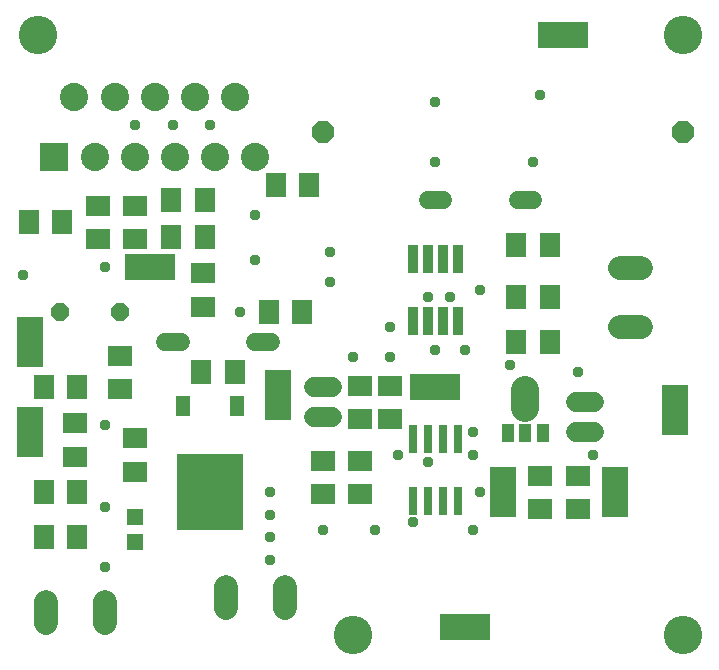
<source format=gbr>
G04 EAGLE Gerber RS-274X export*
G75*
%MOMM*%
%FSLAX34Y34*%
%LPD*%
%INSoldermask Top*%
%IPPOS*%
%AMOC8*
5,1,8,0,0,1.08239X$1,22.5*%
G01*
%ADD10C,3.251200*%
%ADD11P,1.649562X8X202.500000*%
%ADD12R,1.803200X2.003200*%
%ADD13R,2.003200X1.803200*%
%ADD14C,1.524000*%
%ADD15R,2.006200X1.803200*%
%ADD16R,0.812800X2.413000*%
%ADD17R,0.803200X2.403200*%
%ADD18C,2.403200*%
%ADD19R,1.050000X1.575000*%
%ADD20C,1.727200*%
%ADD21R,1.403200X1.403200*%
%ADD22R,5.603200X6.403200*%
%ADD23R,1.203200X1.803200*%
%ADD24R,1.803200X2.006200*%
%ADD25P,2.005885X8X22.500000*%
%ADD26R,2.387600X2.387600*%
%ADD27C,2.387600*%
%ADD28C,1.993900*%
%ADD29R,2.235200X4.267200*%
%ADD30R,4.267200X2.235200*%
%ADD31C,0.959600*%


D10*
X577850Y31750D03*
X31750Y539750D03*
X577850Y539750D03*
X298450Y31750D03*
D11*
X101600Y304800D03*
X50800Y304800D03*
D12*
X64800Y152400D03*
X36800Y152400D03*
X24100Y381000D03*
X52100Y381000D03*
D13*
X101600Y268000D03*
X101600Y240000D03*
X488950Y166400D03*
X488950Y138400D03*
X457200Y166400D03*
X457200Y138400D03*
X82550Y395000D03*
X82550Y367000D03*
X273050Y179100D03*
X273050Y151100D03*
D14*
X152654Y279400D02*
X139446Y279400D01*
X215646Y279400D02*
X228854Y279400D01*
X361696Y400050D02*
X374904Y400050D01*
X437896Y400050D02*
X451104Y400050D01*
D15*
X171450Y338070D03*
X171450Y309630D03*
D16*
X349250Y297688D03*
X349250Y350012D03*
X361950Y297688D03*
X374650Y297688D03*
X361950Y350012D03*
X374650Y350012D03*
X387350Y297688D03*
X387350Y350012D03*
D17*
X361950Y145450D03*
X361950Y197450D03*
X349250Y145450D03*
X374650Y145450D03*
X387350Y145450D03*
X349250Y197450D03*
X374650Y197450D03*
X387350Y197450D03*
D18*
X444500Y224150D02*
X444500Y239150D01*
D19*
X429500Y202375D03*
X459500Y202375D03*
X444500Y202375D03*
D20*
X280670Y241300D02*
X265430Y241300D01*
X265430Y215900D02*
X280670Y215900D01*
X487680Y228600D02*
X502920Y228600D01*
X502920Y203200D02*
X487680Y203200D01*
D21*
X114300Y110150D03*
X114300Y131150D03*
D22*
X177800Y152800D03*
D23*
X200600Y225800D03*
X155000Y225800D03*
D15*
X114300Y198370D03*
X114300Y169930D03*
X304800Y214380D03*
X304800Y242820D03*
X304800Y150880D03*
X304800Y179320D03*
D24*
X65020Y114300D03*
X36580Y114300D03*
X198370Y254000D03*
X169930Y254000D03*
X255520Y304800D03*
X227080Y304800D03*
D15*
X114300Y395220D03*
X114300Y366780D03*
D24*
X172970Y368300D03*
X144530Y368300D03*
X144530Y400050D03*
X172970Y400050D03*
D25*
X273050Y457200D03*
X577850Y457200D03*
D24*
X65020Y241300D03*
X36580Y241300D03*
D15*
X63500Y182630D03*
X63500Y211070D03*
D24*
X436630Y317500D03*
X465070Y317500D03*
X436630Y361950D03*
X465070Y361950D03*
X436630Y279400D03*
X465070Y279400D03*
D26*
X45720Y436118D03*
D27*
X62738Y486918D03*
X79756Y436118D03*
X96774Y486918D03*
X113792Y436118D03*
X130810Y486918D03*
X147828Y436118D03*
X164846Y486918D03*
X181864Y436118D03*
X198882Y486918D03*
X215900Y436118D03*
D28*
X190900Y72454D02*
X190900Y54547D01*
X240900Y54547D02*
X240900Y72454D01*
X38500Y59754D02*
X38500Y41847D01*
X88500Y41847D02*
X88500Y59754D01*
X524447Y342500D02*
X542354Y342500D01*
X542354Y292500D02*
X524447Y292500D01*
D12*
X233650Y412750D03*
X261650Y412750D03*
D29*
X234950Y234950D03*
D30*
X368300Y241300D03*
D29*
X520700Y152400D03*
X425450Y152400D03*
X25400Y279400D03*
X25400Y203200D03*
D30*
X127000Y342900D03*
X393700Y38100D03*
D29*
X571500Y222250D03*
D30*
X476250Y539750D03*
D13*
X330200Y214600D03*
X330200Y242600D03*
D31*
X361950Y317500D03*
X368300Y273050D03*
X393700Y273050D03*
X406400Y323850D03*
X203200Y304800D03*
X279400Y330200D03*
X279400Y355600D03*
X215900Y349250D03*
X215900Y387350D03*
X368300Y431800D03*
X450850Y431800D03*
X368300Y482600D03*
X457200Y488950D03*
X400050Y203200D03*
X400050Y184150D03*
X400050Y120650D03*
X317500Y120650D03*
X273050Y120650D03*
X88900Y88900D03*
X88900Y139700D03*
X88900Y209550D03*
X88900Y342900D03*
X19050Y336550D03*
X114300Y463550D03*
X146050Y463550D03*
X431800Y260350D03*
X501650Y184150D03*
X488950Y254000D03*
X336550Y184150D03*
X177800Y463550D03*
X330200Y266700D03*
X298450Y266700D03*
X330200Y292100D03*
X228600Y95250D03*
X228600Y114300D03*
X228600Y133350D03*
X228600Y152400D03*
X381000Y317500D03*
X406400Y152400D03*
X361950Y177800D03*
X349250Y127000D03*
M02*

</source>
